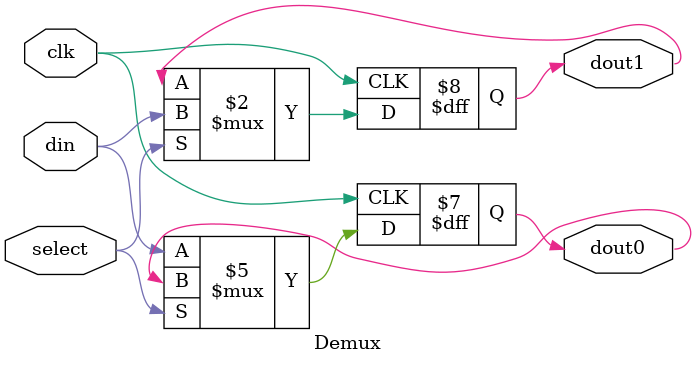
<source format=v>
module Demux (
  input        clk,
  input   wire select,
  input   wire din,
  output  reg  dout0,
  output  reg  dout1
);

always @(posedge clk) begin
  case (select)
    1'b0: dout0 <= din;
    1'b1: dout1 <= din;
    default: ;
  endcase
end

endmodule
</source>
